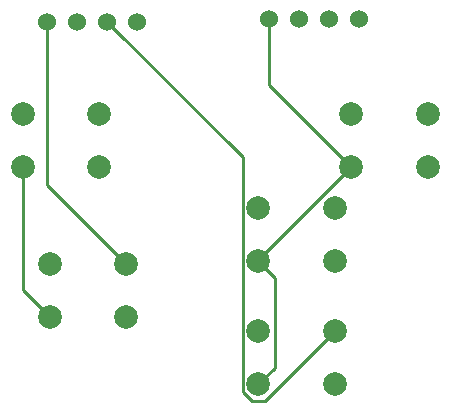
<source format=gtl>
G04 Layer: TopLayer*
G04 EasyEDA v6.4.19.5, 2021-05-28T13:43:00+08:00*
G04 7cfbce2159fd45c6b0b03f1904d68946,ce7df3decd3943efa2da757d0dc3e78d,10*
G04 Gerber Generator version 0.2*
G04 Scale: 100 percent, Rotated: No, Reflected: No *
G04 Dimensions in millimeters *
G04 leading zeros omitted , absolute positions ,4 integer and 5 decimal *
%FSLAX45Y45*%
%MOMM*%

%ADD11C,0.2600*%
%ADD12C,1.5240*%
%ADD13C,2.0000*%

%LPD*%
D11*
X3423920Y3171444D02*
G01*
X2835147Y2582671D01*
X2719324Y2582671D01*
X2644647Y2657347D01*
X2644647Y4645152D01*
X1498600Y5791200D01*
X1658620Y3742944D02*
G01*
X990600Y4410710D01*
X990600Y5791200D01*
X780034Y4562855D02*
G01*
X780034Y3521455D01*
X1008634Y3292855D01*
X2773934Y3762755D02*
G01*
X2913888Y3622802D01*
X2913888Y2861310D01*
X2773934Y2721355D01*
X3561334Y4562855D02*
G01*
X2773934Y3775455D01*
X2773934Y3762755D01*
X3561334Y4562855D02*
G01*
X2870200Y5253989D01*
X2870200Y5816600D01*
D12*
G01*
X2870200Y5816600D03*
G01*
X3124200Y5816600D03*
G01*
X3378200Y5816600D03*
G01*
X3632200Y5816600D03*
G01*
X990600Y5791200D03*
G01*
X1244600Y5791200D03*
G01*
X1498600Y5791200D03*
G01*
X1752600Y5791200D03*
D13*
G01*
X1008506Y3742893D03*
G01*
X1658493Y3742893D03*
G01*
X1658493Y3292906D03*
G01*
X1008506Y3292906D03*
G01*
X2773806Y3171393D03*
G01*
X3423793Y3171393D03*
G01*
X3423793Y2721406D03*
G01*
X2773806Y2721406D03*
G01*
X2773806Y4212793D03*
G01*
X3423793Y4212793D03*
G01*
X3423793Y3762806D03*
G01*
X2773806Y3762806D03*
G01*
X3561206Y5012893D03*
G01*
X4211193Y5012893D03*
G01*
X4211193Y4562906D03*
G01*
X3561206Y4562906D03*
G01*
X779906Y5012893D03*
G01*
X1429893Y5012893D03*
G01*
X1429893Y4562906D03*
G01*
X779906Y4562906D03*
M02*

</source>
